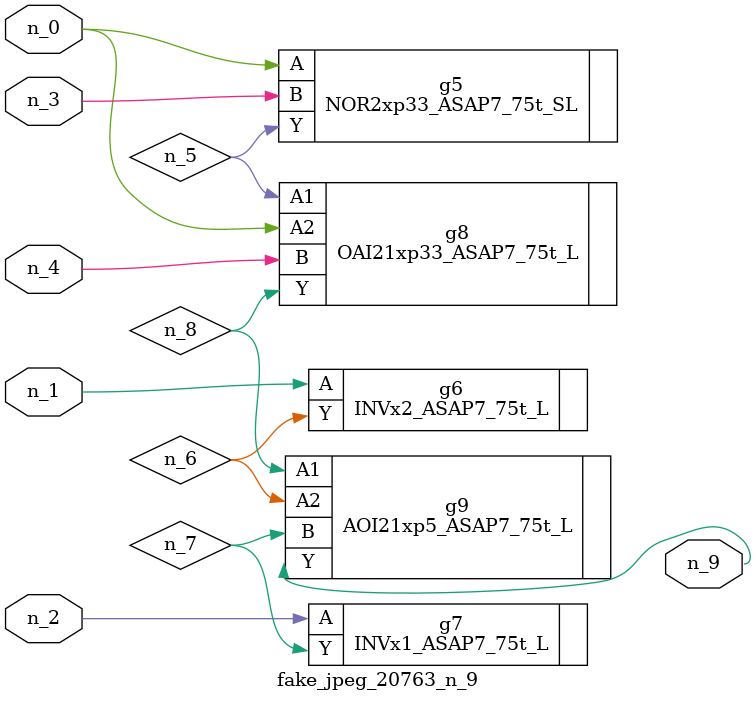
<source format=v>
module fake_jpeg_20763_n_9 (n_3, n_2, n_1, n_0, n_4, n_9);

input n_3;
input n_2;
input n_1;
input n_0;
input n_4;

output n_9;

wire n_8;
wire n_6;
wire n_5;
wire n_7;

NOR2xp33_ASAP7_75t_SL g5 ( 
.A(n_0),
.B(n_3),
.Y(n_5)
);

INVx2_ASAP7_75t_L g6 ( 
.A(n_1),
.Y(n_6)
);

INVx1_ASAP7_75t_L g7 ( 
.A(n_2),
.Y(n_7)
);

OAI21xp33_ASAP7_75t_L g8 ( 
.A1(n_5),
.A2(n_0),
.B(n_4),
.Y(n_8)
);

AOI21xp5_ASAP7_75t_L g9 ( 
.A1(n_8),
.A2(n_6),
.B(n_7),
.Y(n_9)
);


endmodule
</source>
